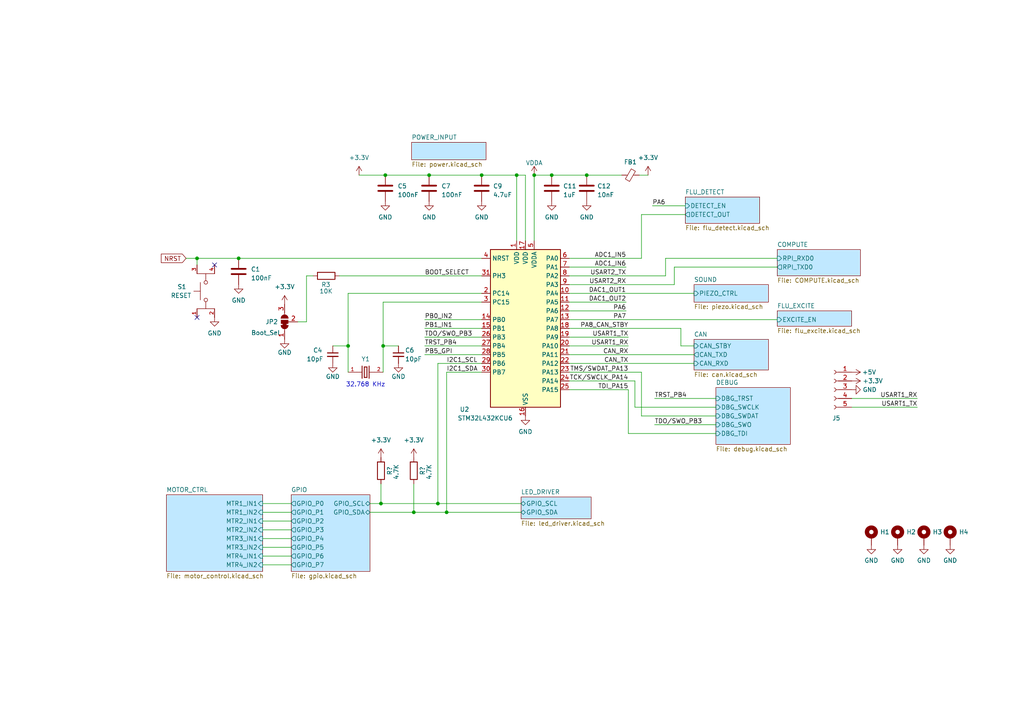
<source format=kicad_sch>
(kicad_sch (version 20230121) (generator eeschema)
  (paper "A4")
  (lib_symbols
    (symbol "Connector:Conn_01x05_Socket" (pin_names (offset 1.016) hide)
      (property "Reference" "J" (at 0 7.62 0))
      (property "Value" "Conn_01x05_Socket" (at 0 -7.62 0))
      (symbol "Conn_01x05_Socket_1_1"
        (arc (start 0 -4.572) (mid -0.5058 -5.08) (end 0 -5.588) (stroke (width 0.1524)))
        (arc (start 0 -2.032) (mid -0.5058 -2.54) (end 0 -3.048) (stroke (width 0.1524)))
        (polyline (pts (xy -1.27 -5.08) (xy -0.508 -5.08)) (stroke (width 0.1524)))
        (polyline (pts (xy -1.27 -2.54) (xy -0.508 -2.54)) (stroke (width 0.1524)))
        (polyline (pts (xy -1.27 0) (xy -0.508 0)) (stroke (width 0.1524)))
        (polyline (pts (xy -1.27 2.54) (xy -0.508 2.54)) (stroke (width 0.1524)))
        (polyline (pts (xy -1.27 5.08) (xy -0.508 5.08)) (stroke (width 0.1524)))
        (arc (start 0 0.508) (mid -0.5058 0) (end 0 -0.508) (stroke (width 0.1524)))
        (arc (start 0 3.048) (mid -0.5058 2.54) (end 0 2.032) (stroke (width 0.1524)))
        (arc (start 0 5.588) (mid -0.5058 5.08) (end 0 4.572) (stroke (width 0.1524)))
        (pin passive line (at -5.08 5.08 0) (length 3.81) (name "Pin_1") (number "1"))
        (pin passive line (at -5.08 2.54 0) (length 3.81) (name "Pin_2") (number "2"))
        (pin passive line (at -5.08 0 0) (length 3.81) (name "Pin_3") (number "3"))
        (pin passive line (at -5.08 -2.54 0) (length 3.81) (name "Pin_4") (number "4"))
        (pin passive line (at -5.08 -5.08 0) (length 3.81) (name "Pin_5") (number "5"))
      )
    )
    (symbol "Device:C" (pin_numbers hide) (pin_names (offset 0.254))
      (property "Reference" "C" (at 0.635 2.54 0))
      (property "Value" "C" (at 0.635 -2.54 0))
      (symbol "C_0_1"
        (polyline (pts (xy -2.032 -0.762) (xy 2.032 -0.762)) (stroke (width 0.508)))
        (polyline (pts (xy -2.032 0.762) (xy 2.032 0.762)) (stroke (width 0.508)))
      )
      (symbol "C_1_1"
        (pin passive line (at 0 3.81 270) (length 2.794) (name "~") (number "1"))
        (pin passive line (at 0 -3.81 90) (length 2.794) (name "~") (number "2"))
      )
    )
    (symbol "Device:C_Small" (pin_numbers hide) (pin_names (offset 0.254) hide)
      (property "Reference" "C" (at 0.254 1.778 0))
      (property "Value" "C_Small" (at 0.254 -2.032 0))
      (symbol "C_Small_0_1"
        (polyline (pts (xy -1.524 -0.508) (xy 1.524 -0.508)) (stroke (width 0.3302)))
        (polyline (pts (xy -1.524 0.508) (xy 1.524 0.508)) (stroke (width 0.3048)))
      )
      (symbol "C_Small_1_1"
        (pin passive line (at 0 2.54 270) (length 2.032) (name "~") (number "1"))
        (pin passive line (at 0 -2.54 90) (length 2.032) (name "~") (number "2"))
      )
    )
    (symbol "Device:FerriteBead_Small" (pin_numbers hide) (pin_names (offset 0))
      (property "Reference" "FB" (at 1.905 1.27 0))
      (property "Value" "FerriteBead_Small" (at 1.905 -1.27 0))
      (symbol "FerriteBead_Small_0_1"
        (polyline (pts (xy 0 -1.27) (xy 0 -0.7874)))
        (polyline (pts (xy 0 0.889) (xy 0 1.2954)))
        (polyline (pts (xy -1.8288 0.2794) (xy -1.1176 1.4986) (xy 1.8288 -0.2032) (xy 1.1176 -1.4224) (xy -1.8288 0.2794)))
      )
      (symbol "FerriteBead_Small_1_1"
        (pin passive line (at 0 2.54 270) (length 1.27) (name "~") (number "1"))
        (pin passive line (at 0 -2.54 90) (length 1.27) (name "~") (number "2"))
      )
    )
    (symbol "Device:R" (pin_numbers hide) (pin_names (offset 0))
      (property "Reference" "R" (at 2.032 0 90))
      (property "Value" "R" (at 0 0 90))
      (symbol "R_0_1"
        (rectangle (start -1.016 -2.54) (end 1.016 2.54) (stroke (width 0.254)))
      )
      (symbol "R_1_1"
        (pin passive line (at 0 3.81 270) (length 1.27) (name "~") (number "1"))
        (pin passive line (at 0 -3.81 90) (length 1.27) (name "~") (number "2"))
      )
    )
    (symbol "Jumper:SolderJumper_3_Bridged12" (pin_names (offset 0) hide)
      (property "Reference" "JP" (at -2.54 -2.54 0))
      (property "Value" "SolderJumper_3_Bridged12" (at 0 2.794 0))
      (symbol "SolderJumper_3_Bridged12_0_1"
        (rectangle (start -1.016 0.508) (end -0.508 -0.508) (fill (type outline)))
        (arc (start -1.016 1.016) (mid -2.0276 0) (end -1.016 -1.016))
        (arc (start -1.016 1.016) (mid -2.0276 0) (end -1.016 -1.016) (fill (type outline)))
        (rectangle (start -0.508 1.016) (end 0.508 -1.016) (fill (type outline)))
        (polyline (pts (xy -2.54 0) (xy -2.032 0)))
        (polyline (pts (xy -1.016 1.016) (xy -1.016 -1.016)))
        (polyline (pts (xy 0 -1.27) (xy 0 -1.016)))
        (polyline (pts (xy 1.016 1.016) (xy 1.016 -1.016)))
        (polyline (pts (xy 2.54 0) (xy 2.032 0)))
        (arc (start 1.016 -1.016) (mid 2.0276 0) (end 1.016 1.016))
        (arc (start 1.016 -1.016) (mid 2.0276 0) (end 1.016 1.016) (fill (type outline)))
      )
      (symbol "SolderJumper_3_Bridged12_1_1"
        (pin passive line (at -5.08 0 0) (length 2.54) (name "A") (number "1"))
        (pin passive line (at 0 -3.81 90) (length 2.54) (name "C") (number "2"))
        (pin passive line (at 5.08 0 180) (length 2.54) (name "B") (number "3"))
      )
    )
    (symbol "MCU_ST_STM32L4:STM32L432KCUx"
      (property "Reference" "U" (at -10.16 24.13 0))
      (property "Value" "STM32L432KCUx" (at 5.08 24.13 0))
      (symbol "STM32L432KCUx_0_1"
        (rectangle (start -10.16 -22.86) (end 10.16 22.86) (stroke (width 0.254)) (fill (type background)))
      )
      (symbol "STM32L432KCUx_1_1"
        (pin power_in line (at -2.54 25.4 270) (length 2.54) (name "VDD") (number "1"))
        (pin bidirectional line (at 12.7 10.16 180) (length 2.54) (name "PA4") (number "10"))
        (pin bidirectional line (at 12.7 7.62 180) (length 2.54) (name "PA5") (number "11"))
        (pin bidirectional line (at 12.7 5.08 180) (length 2.54) (name "PA6") (number "12"))
        (pin bidirectional line (at 12.7 2.54 180) (length 2.54) (name "PA7") (number "13"))
        (pin bidirectional line (at -12.7 2.54 0) (length 2.54) (name "PB0") (number "14"))
        (pin bidirectional line (at -12.7 0 0) (length 2.54) (name "PB1") (number "15"))
        (pin power_in line (at 0 -25.4 90) (length 2.54) (name "VSS") (number "16"))
        (pin power_in line (at 0 25.4 270) (length 2.54) (name "VDD") (number "17"))
        (pin bidirectional line (at 12.7 0 180) (length 2.54) (name "PA8") (number "18"))
        (pin bidirectional line (at 12.7 -2.54 180) (length 2.54) (name "PA9") (number "19"))
        (pin bidirectional line (at -12.7 10.16 0) (length 2.54) (name "PC14") (number "2"))
        (pin bidirectional line (at 12.7 -5.08 180) (length 2.54) (name "PA10") (number "20"))
        (pin bidirectional line (at 12.7 -7.62 180) (length 2.54) (name "PA11") (number "21"))
        (pin bidirectional line (at 12.7 -10.16 180) (length 2.54) (name "PA12") (number "22"))
        (pin bidirectional line (at 12.7 -12.7 180) (length 2.54) (name "PA13") (number "23"))
        (pin bidirectional line (at 12.7 -15.24 180) (length 2.54) (name "PA14") (number "24"))
        (pin bidirectional line (at 12.7 -17.78 180) (length 2.54) (name "PA15") (number "25"))
        (pin bidirectional line (at -12.7 -2.54 0) (length 2.54) (name "PB3") (number "26"))
        (pin bidirectional line (at -12.7 -5.08 0) (length 2.54) (name "PB4") (number "27"))
        (pin bidirectional line (at -12.7 -7.62 0) (length 2.54) (name "PB5") (number "28"))
        (pin bidirectional line (at -12.7 -10.16 0) (length 2.54) (name "PB6") (number "29"))
        (pin bidirectional line (at -12.7 7.62 0) (length 2.54) (name "PC15") (number "3"))
        (pin bidirectional line (at -12.7 -12.7 0) (length 2.54) (name "PB7") (number "30"))
        (pin bidirectional line (at -12.7 15.24 0) (length 2.54) (name "PH3") (number "31"))
        (pin passive line (at 0 -25.4 90) (length 2.54) hide (name "VSS") (number "32"))
        (pin passive line (at 0 -25.4 90) (length 2.54) hide (name "VSS") (number "33"))
        (pin input line (at -12.7 20.32 0) (length 2.54) (name "NRST") (number "4"))
        (pin power_in line (at 2.54 25.4 270) (length 2.54) (name "VDDA") (number "5"))
        (pin bidirectional line (at 12.7 20.32 180) (length 2.54) (name "PA0") (number "6"))
        (pin bidirectional line (at 12.7 17.78 180) (length 2.54) (name "PA1") (number "7"))
        (pin bidirectional line (at 12.7 15.24 180) (length 2.54) (name "PA2") (number "8"))
        (pin bidirectional line (at 12.7 12.7 180) (length 2.54) (name "PA3") (number "9"))
      )
    )
    (symbol "Mechanical:MountingHole_Pad" (pin_numbers hide) (pin_names (offset 1.016) hide)
      (property "Reference" "H" (at 0 6.35 0))
      (property "Value" "MountingHole_Pad" (at 0 4.445 0))
      (symbol "MountingHole_Pad_0_1"
        (circle (center 0 1.27) (radius 1.27) (stroke (width 1.27)))
      )
      (symbol "MountingHole_Pad_1_1"
        (pin input line (at 0 -2.54 90) (length 2.54) (name "1") (number "1"))
      )
    )
    (symbol "crystals:ECS-.327-12.5-34R-C-TR" (pin_names (offset 1.016))
      (property "Reference" "Y" (at -5.1029 2.5514 0))
      (property "Value" "ECS-.327-12.5-34R-C-TR" (at -5.0988 -4.589 0))
      (symbol "ECS-.327-12.5-34R-C-TR_0_0"
        (polyline (pts (xy -2.54 0) (xy -1.016 0)) (stroke (width 0.1524)))
        (polyline (pts (xy -1.016 1.778) (xy -1.016 -1.778)) (stroke (width 0.254)))
        (polyline (pts (xy -0.381 -1.524) (xy 0.381 -1.524)) (stroke (width 0.254)))
        (polyline (pts (xy -0.381 1.524) (xy -0.381 -1.524)) (stroke (width 0.254)))
        (polyline (pts (xy 0.381 -1.524) (xy 0.381 1.524)) (stroke (width 0.254)))
        (polyline (pts (xy 0.381 1.524) (xy -0.381 1.524)) (stroke (width 0.254)))
        (polyline (pts (xy 1.016 0) (xy 2.54 0)) (stroke (width 0.1524)))
        (polyline (pts (xy 1.016 1.778) (xy 1.016 -1.778)) (stroke (width 0.254)))
        (pin passive line (at -5.08 0 0) (length 2.54) (name "~") (number "1"))
        (pin passive line (at 5.08 0 180) (length 2.54) (name "~") (number "2"))
      )
    )
    (symbol "power:+3.3V" (power) (pin_names (offset 0))
      (property "Value" "+3.3V" (at 0 3.556 0))
      (symbol "+3.3V_0_1"
        (polyline (pts (xy -0.762 1.27) (xy 0 2.54)))
        (polyline (pts (xy 0 0) (xy 0 2.54)))
        (polyline (pts (xy 0 2.54) (xy 0.762 1.27)))
      )
      (symbol "+3.3V_1_1"
        (pin power_in line (at 0 0 90) (length 0) hide (name "+3.3V") (number "1"))
      )
    )
    (symbol "power:+5V" (power) (pin_names (offset 0))
      (property "Value" "+5V" (at 0 3.556 0))
      (symbol "+5V_0_1"
        (polyline (pts (xy -0.762 1.27) (xy 0 2.54)))
        (polyline (pts (xy 0 0) (xy 0 2.54)))
        (polyline (pts (xy 0 2.54) (xy 0.762 1.27)))
      )
      (symbol "+5V_1_1"
        (pin power_in line (at 0 0 90) (length 0) hide (name "+5V") (number "1"))
      )
    )
    (symbol "power:GND" (power) (pin_names (offset 0))
      (property "Value" "GND" (at 0 -3.81 0))
      (symbol "GND_0_1"
        (polyline (pts (xy 0 0) (xy 0 -1.27) (xy 1.27 -1.27) (xy 0 -2.54) (xy -1.27 -1.27) (xy 0 -1.27)))
      )
      (symbol "GND_1_1"
        (pin power_in line (at 0 0 270) (length 0) hide (name "GND") (number "1"))
      )
    )
    (symbol "power:VDDA" (power) (pin_names (offset 0))
      (property "Value" "VDDA" (at 0 3.81 0))
      (symbol "VDDA_0_1"
        (polyline (pts (xy -0.762 1.27) (xy 0 2.54)))
        (polyline (pts (xy 0 0) (xy 0 2.54)))
        (polyline (pts (xy 0 2.54) (xy 0.762 1.27)))
      )
      (symbol "VDDA_1_1"
        (pin power_in line (at 0 0 90) (length 0) hide (name "VDDA") (number "1"))
      )
    )
    (symbol "switch_tactile:TL3301AF160QG" (pin_names (offset 1.016))
      (property "Reference" "S" (at -5.08 5.08 0))
      (property "Value" "TL3301AF160QG" (at -5.08 -5.08 0))
      (symbol "TL3301AF160QG_0_0"
        (circle (center -2.54 0) (radius 0.508) (stroke (width 0.1524)))
        (polyline (pts (xy -5.08 0) (xy -3.048 0)) (stroke (width 0.1524)))
        (polyline (pts (xy -5.08 2.54) (xy -5.08 -2.54)) (stroke (width 0.1524)))
        (polyline (pts (xy -2.54 1.5875) (xy 0 1.5875)) (stroke (width 0.1524)))
        (polyline (pts (xy 0 1.5875) (xy 0 3.4925)) (stroke (width 0.1524)))
        (polyline (pts (xy 0 1.5875) (xy 2.54 1.5875)) (stroke (width 0.1524)))
        (polyline (pts (xy 5.08 0) (xy 3.048 0)) (stroke (width 0.1524)))
        (polyline (pts (xy 5.08 2.54) (xy 5.08 -2.54)) (stroke (width 0.1524)))
        (circle (center 2.54 0) (radius 0.508) (stroke (width 0.1524)))
        (pin passive line (at -7.62 2.54 0) (length 2.54) (name "~") (number "1"))
        (pin passive line (at -7.62 -2.54 0) (length 2.54) (name "~") (number "2"))
        (pin passive line (at 7.62 2.54 180) (length 2.54) (name "~") (number "3"))
        (pin passive line (at 7.62 -2.54 180) (length 2.54) (name "~") (number "4"))
      )
    )
  )
  (junction (at 120.015 148.59))
  (junction (at 149.86 50.8))
  (junction (at 110.49 146.05))
  (junction (at 111.76 50.8))
  (junction (at 170.18 50.8))
  (junction (at 69.215 74.93))
  (junction (at 160.02 50.8))
  (junction (at 57.15 74.93))
  (junction (at 129.54 148.59))
  (junction (at 139.7 50.8))
  (junction (at 154.94 50.8))
  (junction (at 111.125 100.33))
  (junction (at 124.46 50.8))
  (junction (at 127 146.05))
  (junction (at 100.965 100.33))
  (no_connect (at 57.15 92.075))
  (no_connect (at 62.23 76.835))
  (wire (pts (xy 182.245 113.03) (xy 182.245 125.73)))
  (wire (pts (xy 152.4 50.8) (xy 152.4 69.85)))
  (wire (pts (xy 98.425 80.01) (xy 139.7 80.01)))
  (wire (pts (xy 129.54 148.59) (xy 151.13 148.59)))
  (wire (pts (xy 100.965 85.09) (xy 100.965 100.33)))
  (wire (pts (xy 104.14 50.8) (xy 111.76 50.8)))
  (wire (pts (xy 76.2 156.21) (xy 84.455 156.21)))
  (wire (pts (xy 123.19 100.33) (xy 139.7 100.33)))
  (wire (pts (xy 100.965 107.95) (xy 100.965 100.33)))
  (wire (pts (xy 197.485 95.25) (xy 197.485 100.33)))
  (wire (pts (xy 186.055 62.23) (xy 198.755 62.23)))
  (wire (pts (xy 165.1 100.33) (xy 182.245 100.33)))
  (wire (pts (xy 165.1 107.95) (xy 186.055 107.95)))
  (wire (pts (xy 165.1 90.17) (xy 181.61 90.17)))
  (wire (pts (xy 123.19 92.71) (xy 139.7 92.71)))
  (wire (pts (xy 86.36 93.345) (xy 88.9 93.345)))
  (wire (pts (xy 127 105.41) (xy 127 146.05)))
  (wire (pts (xy 184.15 118.11) (xy 207.645 118.11)))
  (wire (pts (xy 186.055 74.93) (xy 186.055 62.23)))
  (wire (pts (xy 111.125 100.33) (xy 115.57 100.33)))
  (wire (pts (xy 165.1 85.09) (xy 201.295 85.09)))
  (wire (pts (xy 111.125 107.95) (xy 111.125 100.33)))
  (wire (pts (xy 76.2 153.67) (xy 84.455 153.67)))
  (wire (pts (xy 247.015 118.11) (xy 266.065 118.11)))
  (wire (pts (xy 225.425 74.93) (xy 193.04 74.93)))
  (wire (pts (xy 127 146.05) (xy 110.49 146.05)))
  (wire (pts (xy 195.58 77.47) (xy 195.58 82.55)))
  (wire (pts (xy 189.23 59.69) (xy 198.755 59.69)))
  (wire (pts (xy 165.1 97.79) (xy 182.245 97.79)))
  (wire (pts (xy 123.19 97.79) (xy 139.7 97.79)))
  (wire (pts (xy 53.975 74.93) (xy 57.15 74.93)))
  (wire (pts (xy 165.1 80.01) (xy 193.04 80.01)))
  (wire (pts (xy 139.7 50.8) (xy 149.86 50.8)))
  (wire (pts (xy 185.42 50.8) (xy 187.96 50.8)))
  (wire (pts (xy 76.2 151.13) (xy 84.455 151.13)))
  (wire (pts (xy 120.015 148.59) (xy 107.315 148.59)))
  (wire (pts (xy 111.125 87.63) (xy 139.7 87.63)))
  (wire (pts (xy 111.76 50.8) (xy 124.46 50.8)))
  (wire (pts (xy 207.645 123.19) (xy 189.865 123.19)))
  (wire (pts (xy 57.15 74.93) (xy 57.15 76.835)))
  (wire (pts (xy 247.015 115.57) (xy 266.065 115.57)))
  (wire (pts (xy 182.245 125.73) (xy 207.645 125.73)))
  (wire (pts (xy 165.1 110.49) (xy 184.15 110.49)))
  (wire (pts (xy 165.1 102.87) (xy 201.295 102.87)))
  (wire (pts (xy 88.9 80.01) (xy 88.9 93.345)))
  (wire (pts (xy 69.215 74.93) (xy 139.7 74.93)))
  (wire (pts (xy 170.18 50.8) (xy 180.34 50.8)))
  (wire (pts (xy 57.15 74.93) (xy 69.215 74.93)))
  (wire (pts (xy 111.125 100.33) (xy 111.125 87.63)))
  (wire (pts (xy 127 105.41) (xy 139.7 105.41)))
  (wire (pts (xy 165.1 87.63) (xy 181.61 87.63)))
  (wire (pts (xy 127 146.05) (xy 151.13 146.05)))
  (wire (pts (xy 123.19 102.87) (xy 139.7 102.87)))
  (wire (pts (xy 124.46 50.8) (xy 139.7 50.8)))
  (wire (pts (xy 165.1 82.55) (xy 195.58 82.55)))
  (wire (pts (xy 120.015 140.335) (xy 120.015 148.59)))
  (wire (pts (xy 129.54 107.95) (xy 139.7 107.95)))
  (wire (pts (xy 76.2 146.05) (xy 84.455 146.05)))
  (wire (pts (xy 110.49 140.335) (xy 110.49 146.05)))
  (wire (pts (xy 110.49 146.05) (xy 107.315 146.05)))
  (wire (pts (xy 193.04 74.93) (xy 193.04 80.01)))
  (wire (pts (xy 152.4 50.8) (xy 149.86 50.8)))
  (wire (pts (xy 129.54 107.95) (xy 129.54 148.59)))
  (wire (pts (xy 165.1 92.71) (xy 225.425 92.71)))
  (wire (pts (xy 76.2 148.59) (xy 84.455 148.59)))
  (wire (pts (xy 160.02 50.8) (xy 170.18 50.8)))
  (wire (pts (xy 186.055 120.65) (xy 207.645 120.65)))
  (wire (pts (xy 100.965 85.09) (xy 139.7 85.09)))
  (wire (pts (xy 76.2 163.83) (xy 84.455 163.83)))
  (wire (pts (xy 165.1 95.25) (xy 197.485 95.25)))
  (wire (pts (xy 207.645 115.57) (xy 189.865 115.57)))
  (wire (pts (xy 154.94 50.8) (xy 154.94 69.85)))
  (wire (pts (xy 165.1 77.47) (xy 181.61 77.47)))
  (wire (pts (xy 225.425 77.47) (xy 195.58 77.47)))
  (wire (pts (xy 149.86 50.8) (xy 149.86 69.85)))
  (wire (pts (xy 165.1 105.41) (xy 201.295 105.41)))
  (wire (pts (xy 129.54 148.59) (xy 120.015 148.59)))
  (wire (pts (xy 165.1 74.93) (xy 186.055 74.93)))
  (wire (pts (xy 154.94 50.8) (xy 160.02 50.8)))
  (wire (pts (xy 76.2 161.29) (xy 84.455 161.29)))
  (wire (pts (xy 184.15 110.49) (xy 184.15 118.11)))
  (wire (pts (xy 197.485 100.33) (xy 201.295 100.33)))
  (wire (pts (xy 186.055 107.95) (xy 186.055 120.65)))
  (wire (pts (xy 123.19 95.25) (xy 139.7 95.25)))
  (wire (pts (xy 88.9 80.01) (xy 90.805 80.01)))
  (wire (pts (xy 96.52 100.33) (xy 100.965 100.33)))
  (wire (pts (xy 76.2 158.75) (xy 84.455 158.75)))
  (wire (pts (xy 165.1 113.03) (xy 182.245 113.03)))
  (text "32.768 KHz" (at 111.76 112.395 0) (effects (font (size 1.27 1.27)) (justify right bottom)))
  (label "PB5_GPI" (at 123.19 102.87 0))
  (label "I2C1_SCL" (at 129.54 105.41 0))
  (label "DAC1_OUT1" (at 181.61 85.09 180))
  (label "CAN_TX" (at 182.245 105.41 180))
  (label "TRST_PB4" (at 189.865 115.57 0))
  (label "DAC1_OUT2" (at 181.61 87.63 180))
  (label "PB1_IN1" (at 123.19 95.25 0))
  (label "PA6" (at 181.61 90.17 180))
  (label "TCK{slash}SWCLK_PA14" (at 182.245 110.49 180))
  (label "PA7" (at 181.61 92.71 180))
  (label "TDO{slash}SWO_PB3" (at 189.865 123.19 0))
  (label "USART2_RX" (at 181.61 82.55 180))
  (label "TDO{slash}SWO_PB3" (at 123.19 97.79 0))
  (label "USART1_TX" (at 182.245 97.79 180))
  (label "PB0_IN2" (at 123.19 92.71 0))
  (label "USART1_RX" (at 182.245 100.33 180))
  (label "TMS{slash}SWDAT_PA13" (at 182.245 107.95 180))
  (label "I2C1_SDA" (at 129.54 107.95 0))
  (label "USART1_TX" (at 266.065 118.11 180))
  (label "USART1_RX" (at 266.065 115.57 180))
  (label "CAN_RX" (at 182.245 102.87 180))
  (label "PA6" (at 189.23 59.69 0))
  (label "TRST_PB4" (at 123.19 100.33 0))
  (label "PA8_CAN_STBY" (at 182.245 95.25 180))
  (label "BOOT_SELECT" (at 123.19 80.01 0))
  (label "ADC1_IN5" (at 181.61 74.93 180))
  (label "ADC1_IN6" (at 181.61 77.47 180))
  (label "TDI_PA15" (at 182.245 113.03 180))
  (label "USART2_TX" (at 181.61 80.01 180))
  (global_label "NRST" (shape input) (at 53.975 74.93 180) (property "Intersheetrefs" "${INTERSHEET_REFS}" (effects hide)))
  (symbol (lib_id "power:GND") (at 267.97 158.115 0) (unit 1)
    (property "Reference" "#PWR044" (effects hide))
    (property "Value" "GND" (at 267.97 162.56 0))
  )
  (symbol (lib_id "power:+3.3V") (at 110.49 132.715 0) (unit 1)
    (property "Reference" "#PWR013" (effects hide))
    (property "Value" "+3.3V" (at 110.49 127.635 0))
  )
  (symbol (lib_id "power:GND") (at 69.215 82.55 0) (unit 1)
    (property "Reference" "#PWR07" (effects hide))
    (property "Value" "GND" (at 69.215 87.122 0))
  )
  (symbol (lib_id "Device:C") (at 160.02 54.61 0) (unit 1)
    (property "Reference" "C11" (at 163.322 53.975 0) (effects (justify left)))
    (property "Value" "1uF" (at 163.322 56.515 0) (effects (justify left)))
    (property "Footprint" "Capacitor_SMD:C_0805_2012Metric" (effects hide))
  )
  (symbol (lib_id "Device:FerriteBead_Small") (at 182.88 50.8 90) (unit 1)
    (property "Reference" "FB1" (at 182.8419 46.99 90))
    (property "Value" "~" (at 182.8419 46.99 90))
    (property "Footprint" "Resistor_SMD:R_0805_2012Metric" (effects hide))
    (property "Part" "2508051027Y1" (effects hide))
  )
  (symbol (lib_id "Device:R") (at 120.015 136.525 180) (unit 1)
    (property "Reference" "R?" (at 122.555 135.255 90) (effects (justify left)))
    (property "Value" "4.7K" (at 124.46 134.62 90) (effects (justify left)))
    (property "Footprint" "Resistor_SMD:R_0805_2012Metric" (effects hide))
  )
  (symbol (lib_id "MCU_ST_STM32L4:STM32L432KCUx") (at 152.4 95.25 0) (unit 1)
    (property "Reference" "U2" (at 133.35 118.745 0) (effects (justify left)))
    (property "Value" "STM32L432KCU6" (at 132.715 121.285 0) (effects (justify left)))
    (property "Footprint" "Package_DFN_QFN:QFN-32-1EP_5x5mm_P0.5mm_EP3.45x3.45mm" (effects hide))
    (property "Datasheet" "https://www.st.com/resource/en/datasheet/stm32l432kc.pdf" (effects hide))
  )
  (symbol (lib_id "Device:R") (at 94.615 80.01 90) (unit 1)
    (property "Reference" "R3" (at 95.885 82.55 90) (effects (justify left)))
    (property "Value" "10K" (at 96.52 84.455 90) (effects (justify left)))
    (property "Footprint" "Resistor_SMD:R_0805_2012Metric" (effects hide))
  )
  (symbol (lib_id "Device:C") (at 124.46 54.61 0) (unit 1)
    (property "Reference" "C7" (at 128.016 53.975 0) (effects (justify left)))
    (property "Value" "100nF" (at 128.016 56.515 0) (effects (justify left)))
    (property "Footprint" "Capacitor_SMD:C_0805_2012Metric" (effects hide))
  )
  (symbol (lib_id "power:GND") (at 260.35 158.115 0) (unit 1)
    (property "Reference" "#PWR043" (effects hide))
    (property "Value" "GND" (at 260.35 162.56 0))
  )
  (symbol (lib_id "power:GND") (at 124.46 58.42 0) (unit 1)
    (property "Reference" "#PWR019" (effects hide))
    (property "Value" "GND" (at 124.46 62.992 0))
  )
  (symbol (lib_id "power:GND") (at 111.76 58.42 0) (unit 1)
    (property "Reference" "#PWR017" (effects hide))
    (property "Value" "GND" (at 111.76 62.992 0))
  )
  (symbol (lib_id "power:GND") (at 275.59 158.115 0) (unit 1)
    (property "Reference" "#PWR049" (effects hide))
    (property "Value" "GND" (at 275.59 162.56 0))
  )
  (symbol (lib_id "Device:C") (at 139.7 54.61 0) (unit 1)
    (property "Reference" "C9" (at 143.002 53.975 0) (effects (justify left)))
    (property "Value" "4.7uF" (at 143.002 56.515 0) (effects (justify left)))
    (property "Footprint" "Capacitor_SMD:C_0805_2012Metric" (effects hide))
  )
  (symbol (lib_id "Mechanical:MountingHole_Pad") (at 252.73 155.575 0) (unit 1)
    (property "Reference" "H1" (at 255.27 154.305 0) (effects (justify left)))
    (property "Value" "MountingHole_Pad" (effects hide))
    (property "Footprint" "MountingHole:MountingHole_3.2mm_M3_Pad_TopBottom" (effects hide))
  )
  (symbol (lib_id "Device:C") (at 111.76 54.61 0) (unit 1)
    (property "Reference" "C5" (at 115.316 53.975 0) (effects (justify left)))
    (property "Value" "100nF" (at 115.316 56.515 0) (effects (justify left)))
    (property "Footprint" "Capacitor_SMD:C_0805_2012Metric" (effects hide))
  )
  (symbol (lib_id "Mechanical:MountingHole_Pad") (at 275.59 155.575 0) (unit 1)
    (property "Reference" "H4" (at 278.13 154.305 0) (effects (justify left)))
    (property "Value" "MountingHole_Pad" (effects hide))
    (property "Footprint" "MountingHole:MountingHole_3.2mm_M3_Pad_TopBottom" (effects hide))
  )
  (symbol (lib_id "crystals:ECS-.327-12.5-34R-C-TR") (at 106.045 107.95 0) (unit 1)
    (property "Reference" "Y1" (at 107.315 104.14 0) (effects (justify right)))
    (property "Value" "ECS-.327-12.5-34R-C-TR" (effects hide))
    (property "Footprint" "crystals:ECS-.327-12.5-34R-C-TR" (effects hide))
    (property "MF" "ECS Inc." (effects hide))
    (property "Description" "\n32.768 kHz ±10ppm Crystal 12.5pF 50 kOhms 2-SMD, No Lead\n" (effects hide))
    (property "Package" "SMD-2 ECS International" (effects hide))
    (property "Price" "None" (effects hide))
    (property "Check_prices" "https://www.snapeda.com/parts/ECS-.327-12.5-34R-C-TR/ECS+Inc./view-part/?ref=eda" (effects hide))
    (property "STANDARD" "Manufacturer Recommendation" (effects hide))
    (property "PARTREV" "2016" (effects hide))
    (property "SnapEDA_Link" "https://www.snapeda.com/parts/ECS-.327-12.5-34R-C-TR/ECS+Inc./view-part/?ref=snap" (effects hide))
    (property "MP" "ECS-.327-12.5-34R-C-TR" (effects hide))
    (property "Purchase-URL" "https://pricing.snapeda.com/search?q=ECS-.327-12.5-34R-C-TR&ref=eda" (effects hide))
    (property "Availability" "In Stock" (effects hide))
    (property "MANUFACTURER" "ECS Inc." (effects hide))
  )
  (symbol (lib_id "power:VDDA") (at 154.94 50.8 0) (unit 1)
    (property "Reference" "#PWR024" (effects hide))
    (property "Value" "VDDA" (at 154.94 47.244 0))
  )
  (symbol (lib_id "power:+5V") (at 247.015 107.95 270) (unit 1)
    (property "Reference" "#PWR032" (effects hide))
    (property "Value" "+5V" (at 252.095 107.95 90))
  )
  (symbol (lib_id "Device:C_Small") (at 96.52 102.87 0) (unit 1)
    (property "Reference" "C4" (at 90.805 101.6 0) (effects (justify left)))
    (property "Value" "10pF" (at 88.9 104.14 0) (effects (justify left)))
    (property "Footprint" "Capacitor_SMD:C_0805_2012Metric" (effects hide))
  )
  (symbol (lib_id "power:+3.3V") (at 82.55 88.265 0) (unit 1)
    (property "Reference" "#PWR09" (effects hide))
    (property "Value" "+3.3V" (at 82.55 83.185 0))
  )
  (symbol (lib_id "power:GND") (at 247.015 113.03 90) (unit 1)
    (property "Reference" "#PWR034" (effects hide))
    (property "Value" "GND" (at 250.19 113.03 90) (effects (justify right)))
  )
  (symbol (lib_id "power:GND") (at 160.02 58.42 0) (unit 1)
    (property "Reference" "#PWR026" (effects hide))
    (property "Value" "GND" (at 160.02 62.992 0))
  )
  (symbol (lib_id "power:GND") (at 252.73 158.115 0) (unit 1)
    (property "Reference" "#PWR042" (effects hide))
    (property "Value" "GND" (at 252.73 162.56 0))
  )
  (symbol (lib_id "power:+3.3V") (at 104.14 50.8 0) (unit 1)
    (property "Reference" "#PWR015" (effects hide))
    (property "Value" "+3.3V" (at 104.14 45.72 0))
  )
  (symbol (lib_id "power:GND") (at 115.57 105.41 0) (unit 1)
    (property "Reference" "#PWR018" (effects hide))
    (property "Value" "GND" (at 115.57 109.22 0))
  )
  (symbol (lib_id "power:GND") (at 139.7 58.42 0) (unit 1)
    (property "Reference" "#PWR021" (effects hide))
    (property "Value" "GND" (at 139.7 62.992 0))
  )
  (symbol (lib_id "power:GND") (at 96.52 105.41 0) (unit 1)
    (property "Reference" "#PWR014" (effects hide))
    (property "Value" "GND" (at 96.52 109.22 0))
  )
  (symbol (lib_id "Device:C") (at 170.18 54.61 0) (unit 1)
    (property "Reference" "C12" (at 173.228 53.975 0) (effects (justify left)))
    (property "Value" "10nF" (at 173.228 56.515 0) (effects (justify left)))
    (property "Footprint" "Capacitor_SMD:C_0805_2012Metric" (effects hide))
  )
  (symbol (lib_id "Jumper:SolderJumper_3_Bridged12") (at 82.55 93.345 90) (unit 1)
    (property "Reference" "JP2" (at 80.645 93.345 90) (effects (justify left)))
    (property "Value" "Boot_Sel" (at 81.28 96.52 90) (effects (justify left)))
    (property "Footprint" "Jumper:SolderJumper-3_P1.3mm_Bridged12_Pad1.0x1.5mm_NumberLabels" (effects hide))
  )
  (symbol (lib_id "power:+3.3V") (at 187.96 50.8 0) (unit 1)
    (property "Reference" "#PWR030" (effects hide))
    (property "Value" "+3.3V" (at 187.96 45.72 0))
  )
  (symbol (lib_id "Connector:Conn_01x05_Socket") (at 241.935 113.03 0) (mirror y) (unit 1)
    (property "Reference" "J5" (at 242.57 121.285 0))
    (property "Value" "Conn_01x05_Socket" (effects hide))
    (property "Footprint" "Connector_PinSocket_2.54mm:PinSocket_1x05_P2.54mm_Vertical" (effects hide))
  )
  (symbol (lib_id "Device:R") (at 110.49 136.525 180) (unit 1)
    (property "Reference" "R?" (at 113.03 135.255 90) (effects (justify left)))
    (property "Value" "4.7K" (at 114.935 134.62 90) (effects (justify left)))
    (property "Footprint" "Resistor_SMD:R_0805_2012Metric" (effects hide))
  )
  (symbol (lib_id "Mechanical:MountingHole_Pad") (at 267.97 155.575 0) (unit 1)
    (property "Reference" "H3" (at 270.51 154.305 0) (effects (justify left)))
    (property "Value" "MountingHole_Pad" (effects hide))
    (property "Footprint" "MountingHole:MountingHole_3.2mm_M3_Pad_TopBottom" (effects hide))
  )
  (symbol (lib_id "power:GND") (at 62.23 92.075 0) (unit 1)
    (property "Reference" "#PWR06" (effects hide))
    (property "Value" "GND" (at 62.23 96.647 0))
  )
  (symbol (lib_id "power:GND") (at 82.55 98.425 0) (unit 1)
    (property "Reference" "#PWR010" (effects hide))
    (property "Value" "GND" (at 82.55 102.235 0))
  )
  (symbol (lib_id "power:+3.3V") (at 120.015 132.715 0) (unit 1)
    (property "Reference" "#PWR016" (effects hide))
    (property "Value" "+3.3V" (at 120.015 127.635 0))
  )
  (symbol (lib_id "power:GND") (at 170.18 58.42 0) (unit 1)
    (property "Reference" "#PWR027" (effects hide))
    (property "Value" "GND" (at 170.18 62.992 0))
  )
  (symbol (lib_id "switch_tactile:TL3301AF160QG") (at 59.69 84.455 90) (unit 1)
    (property "Reference" "S1" (at 51.435 83.185 90) (effects (justify right)))
    (property "Value" "RESET" (at 49.53 85.725 90) (effects (justify right)))
    (property "Footprint" "switch_tactile:TL3301AF160QG" (effects hide))
    (property "DigiKey_Part_Number" "EG2526TR-ND" (effects hide))
    (property "MF" "E-Switch" (effects hide))
    (property "MAXIMUM_PACKAGE_HEIGHT" "5 mm" (effects hide))
    (property "Package" "None" (effects hide))
    (property "Check_prices" "https://www.snapeda.com/parts/TL3301AF160QG/E-Switch/view-part/?ref=eda" (effects hide))
    (property "STANDARD" "Manufacturer Recommendations" (effects hide))
    (property "PARTREV" "E" (effects hide))
    (property "SnapEDA_Link" "https://www.snapeda.com/parts/TL3301AF160QG/E-Switch/view-part/?ref=snap" (effects hide))
    (property "MP" "TL3301AF160QG" (effects hide))
    (property "Purchase-URL" "https://pricing.snapeda.com/search?q=TL3301AF160QG&ref=eda" (effects hide))
    (property "Description" "\nTactile Switch SPST-NO Top Actuated Surface Mount\n" (effects hide))
    (property "MANUFACTURER" "E-Switch" (effects hide))
    (property "SNAPEDA_PN" "TL3301PF160QG" (effects hide))
    (property "Part" "TL3301PF160QG" (effects hide))
  )
  (symbol (lib_id "power:GND") (at 152.4 120.65 0) (unit 1)
    (property "Reference" "#PWR023" (effects hide))
    (property "Value" "GND" (at 152.4 125.222 0))
  )
  (symbol (lib_id "Device:C") (at 69.215 78.74 0) (unit 1)
    (property "Reference" "C1" (at 72.771 78.105 0) (effects (justify left)))
    (property "Value" "100nF" (at 72.771 80.645 0) (effects (justify left)))
    (property "Footprint" "Capacitor_SMD:C_0805_2012Metric" (effects hide))
  )
  (symbol (lib_id "Mechanical:MountingHole_Pad") (at 260.35 155.575 0) (unit 1)
    (property "Reference" "H2" (at 262.89 154.305 0) (effects (justify left)))
    (property "Value" "MountingHole_Pad" (effects hide))
    (property "Footprint" "MountingHole:MountingHole_3.2mm_M3_Pad_TopBottom" (effects hide))
  )
  (symbol (lib_id "power:+3.3V") (at 247.015 110.49 270) (unit 1)
    (property "Reference" "#PWR033" (effects hide))
    (property "Value" "+3.3V" (at 250.19 110.49 90) (effects (justify left)))
  )
  (symbol (lib_id "Device:C_Small") (at 115.57 102.87 0) (unit 1)
    (property "Reference" "C6" (at 117.475 101.6 0) (effects (justify left)))
    (property "Value" "10pF" (at 117.475 104.14 0) (effects (justify left)))
    (property "Footprint" "Capacitor_SMD:C_0805_2012Metric" (effects hide))
  )
  (sheet (at 198.755 57.15) (size 21.59 7.62) (stroke (width 0.1524)) (fill (color 192 232 255 1.0000))
    (property "Sheetname" "FLU_DETECT" (at 198.755 56.4384 0) (effects (justify left bottom)))
    (property "Sheetfile" "flu_detect.kicad_sch" (at 198.755 65.3546 0) (effects (justify left top)))
    (pin "DETECT_EN" input (at 198.755 59.69 180))
    (pin "DETECT_OUT" output (at 198.755 62.23 180))
  )
  (sheet (at 225.425 90.17) (size 21.59 4.445) (stroke (width 0.1524)) (fill (color 192 232 255 1.0000))
    (property "Sheetname" "FLU_EXCITE" (at 225.425 89.4584 0) (effects (justify left bottom)))
    (property "Sheetfile" "flu_excite.kicad_sch" (at 225.425 95.1996 0) (effects (justify left top)))
    (pin "EXCITE_EN" input (at 225.425 92.71 180))
  )
  (sheet (at 201.295 82.55) (size 21.59 5.08) (stroke (width 0.1524)) (fill (color 192 232 255 1.0000))
    (property "Sheetname" "SOUND" (at 201.295 81.8384 0) (effects (justify left bottom)))
    (property "Sheetfile" "piezo.kicad_sch" (at 201.295 88.2146 0) (effects (justify left top)))
    (pin "PIEZO_CTRL" input (at 201.295 85.09 180))
  )
  (sheet (at 207.645 112.395) (size 21.59 16.51) (stroke (width 0.1524)) (fill (color 192 232 255 1.0000))
    (property "Sheetname" "DEBUG" (at 207.645 111.6834 0) (effects (justify left bottom)))
    (property "Sheetfile" "debug.kicad_sch" (at 207.645 129.4896 0) (effects (justify left top)))
    (pin "DBG_TDI" input (at 207.645 125.73 180))
    (pin "DBG_SWDAT" input (at 207.645 120.65 180))
    (pin "DBG_SWCLK" input (at 207.645 118.11 180))
    (pin "DBG_SWO" input (at 207.645 123.19 180))
    (pin "DBG_TRST" input (at 207.645 115.57 180))
  )
  (sheet (at 84.455 143.51) (size 22.86 22.225) (stroke (width 0.1524)) (fill (color 192 232 255 1.0000))
    (property "Sheetname" "GPIO" (at 84.455 142.7984 0) (effects (justify left bottom)))
    (property "Sheetfile" "gpio.kicad_sch" (at 84.455 166.3196 0) (effects (justify left top)))
    (pin "GPIO_SCL" bidirectional (at 107.315 146.05 0))
    (pin "GPIO_SDA" bidirectional (at 107.315 148.59 0))
    (pin "GPIO_P6" output (at 84.455 161.29 180))
    (pin "GPIO_P1" output (at 84.455 148.59 180))
    (pin "GPIO_P3" output (at 84.455 153.67 180))
    (pin "GPIO_P4" output (at 84.455 156.21 180))
    (pin "GPIO_P0" output (at 84.455 146.05 180))
    (pin "GPIO_P2" output (at 84.455 151.13 180))
    (pin "GPIO_P7" output (at 84.455 163.83 180))
    (pin "GPIO_P5" output (at 84.455 158.75 180))
  )
  (sheet (at 201.295 98.425) (size 21.59 8.89) (stroke (width 0.1524)) (fill (color 192 232 255 1.0000))
    (property "Sheetname" "CAN" (at 201.295 97.7134 0) (effects (justify left bottom)))
    (property "Sheetfile" "can.kicad_sch" (at 201.295 107.8996 0) (effects (justify left top)))
    (pin "CAN_TXD" output (at 201.295 102.87 180))
    (pin "CAN_STBY" input (at 201.295 100.33 180))
    (pin "CAN_RXD" input (at 201.295 105.41 180))
  )
  (sheet (at 119.38 41.275) (size 21.59 5.08) (stroke (width 0.1524)) (fill (color 192 232 255 1.0000))
    (property "Sheetname" "POWER_INPUT" (at 119.38 40.5634 0) (effects (justify left bottom)))
    (property "Sheetfile" "power.kicad_sch" (at 119.38 46.9396 0) (effects (justify left top)))
  )
  (sheet (at 151.13 144.145) (size 20.32 6.35) (stroke (width 0.1524)) (fill (color 192 232 255 1.0000))
    (property "Sheetname" "LED_DRIVER" (at 151.13 143.4334 0) (effects (justify left bottom)))
    (property "Sheetfile" "led_driver.kicad_sch" (at 151.13 151.0796 0) (effects (justify left top)))
    (pin "GPIO_SDA" bidirectional (at 151.13 148.59 180))
    (pin "GPIO_SCL" bidirectional (at 151.13 146.05 180))
  )
  (sheet (at 48.26 143.51) (size 27.94 22.225) (stroke (width 0.1524)) (fill (color 192 232 255 1.0000))
    (property "Sheetname" "MOTOR_CTRL" (at 48.26 142.7984 0) (effects (justify left bottom)))
    (property "Sheetfile" "motor_control.kicad_sch" (at 48.26 166.3196 0) (effects (justify left top)))
    (pin "MTR2_IN1" input (at 76.2 151.13 0))
    (pin "MTR2_IN2" input (at 76.2 153.67 0))
    (pin "MTR3_IN1" input (at 76.2 156.21 0))
    (pin "MTR3_IN2" input (at 76.2 158.75 0))
    (pin "MTR4_IN1" input (at 76.2 161.29 0))
    (pin "MTR4_IN2" input (at 76.2 163.83 0))
    (pin "MTR1_IN2" input (at 76.2 148.59 0))
    (pin "MTR1_IN1" input (at 76.2 146.05 0))
  )
  (sheet (at 225.425 72.39) (size 24.13 7.62) (stroke (width 0.1524)) (fill (color 192 232 255 1.0000))
    (property "Sheetname" "COMPUTE" (at 225.425 71.6784 0) (effects (justify left bottom)))
    (property "Sheetfile" "COMPUTE.kicad_sch" (at 225.425 80.5946 0) (effects (justify left top)))
    (pin "RPI_TXD0" output (at 225.425 77.47 180))
    (pin "RPI_RXD0" input (at 225.425 74.93 180))
  )
)
</source>
